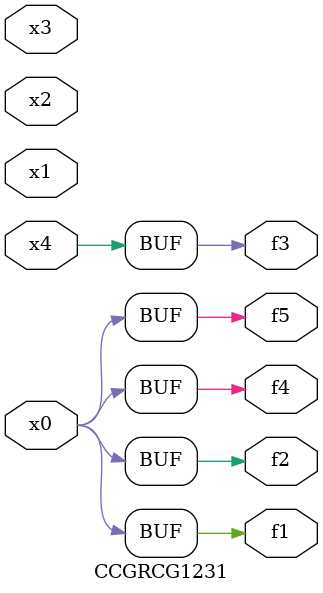
<source format=v>
module CCGRCG1231(
	input x0, x1, x2, x3, x4,
	output f1, f2, f3, f4, f5
);
	assign f1 = x0;
	assign f2 = x0;
	assign f3 = x4;
	assign f4 = x0;
	assign f5 = x0;
endmodule

</source>
